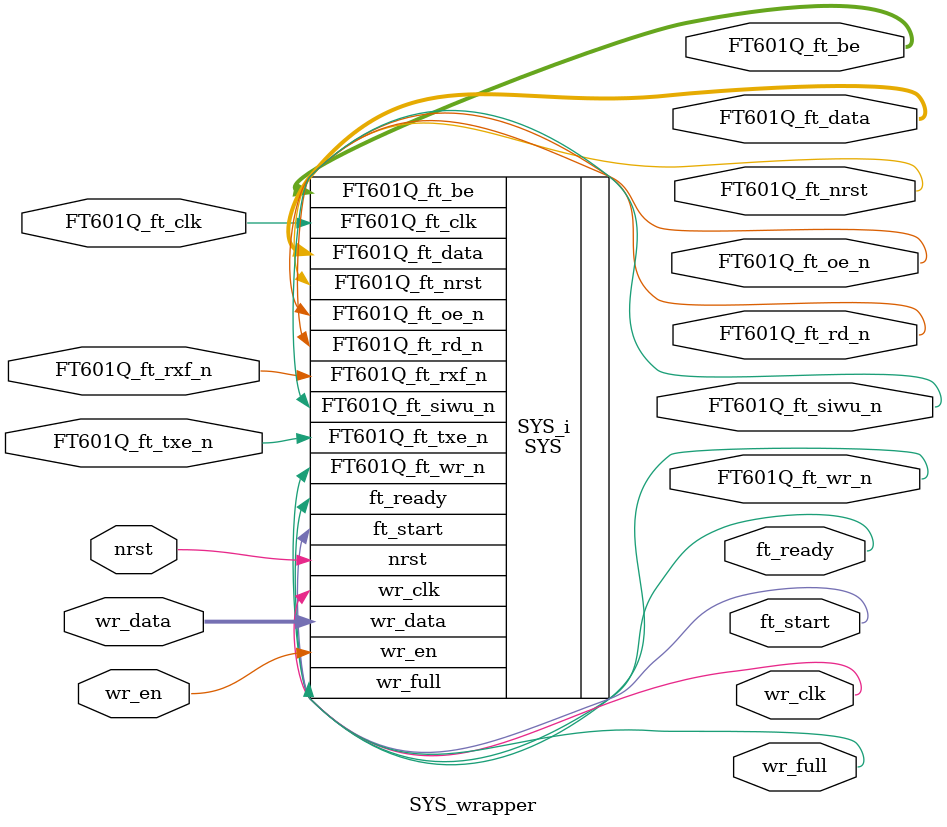
<source format=v>
`timescale 1 ps / 1 ps

module SYS_wrapper
   (FT601Q_ft_be,
    FT601Q_ft_clk,
    FT601Q_ft_data,
    FT601Q_ft_nrst,
    FT601Q_ft_oe_n,
    FT601Q_ft_rd_n,
    FT601Q_ft_rxf_n,
    FT601Q_ft_siwu_n,
    FT601Q_ft_txe_n,
    FT601Q_ft_wr_n,
    ft_ready,
    ft_start,
    nrst,
    wr_clk,
    wr_data,
    wr_en,
    wr_full);
  output [3:0]FT601Q_ft_be;
  input FT601Q_ft_clk;
  output [31:0]FT601Q_ft_data;
  output FT601Q_ft_nrst;
  output FT601Q_ft_oe_n;
  output FT601Q_ft_rd_n;
  input FT601Q_ft_rxf_n;
  output FT601Q_ft_siwu_n;
  input FT601Q_ft_txe_n;
  output FT601Q_ft_wr_n;
  output ft_ready;
  output ft_start;
  input nrst;
  output wr_clk;
  input [31:0]wr_data;
  input wr_en;
  output wr_full;

  wire [3:0]FT601Q_ft_be;
  wire FT601Q_ft_clk;
  wire [31:0]FT601Q_ft_data;
  wire FT601Q_ft_nrst;
  wire FT601Q_ft_oe_n;
  wire FT601Q_ft_rd_n;
  wire FT601Q_ft_rxf_n;
  wire FT601Q_ft_siwu_n;
  wire FT601Q_ft_txe_n;
  wire FT601Q_ft_wr_n;
  wire ft_ready;
  wire ft_start;
  wire nrst;
  wire wr_clk;
  wire [31:0]wr_data;
  wire wr_en;
  wire wr_full;

  SYS SYS_i
       (.FT601Q_ft_be(FT601Q_ft_be),
        .FT601Q_ft_clk(FT601Q_ft_clk),
        .FT601Q_ft_data(FT601Q_ft_data),
        .FT601Q_ft_nrst(FT601Q_ft_nrst),
        .FT601Q_ft_oe_n(FT601Q_ft_oe_n),
        .FT601Q_ft_rd_n(FT601Q_ft_rd_n),
        .FT601Q_ft_rxf_n(FT601Q_ft_rxf_n),
        .FT601Q_ft_siwu_n(FT601Q_ft_siwu_n),
        .FT601Q_ft_txe_n(FT601Q_ft_txe_n),
        .FT601Q_ft_wr_n(FT601Q_ft_wr_n),
        .ft_ready(ft_ready),
        .ft_start(ft_start),
        .nrst(nrst),
        .wr_clk(wr_clk),
        .wr_data(wr_data),
        .wr_en(wr_en),
        .wr_full(wr_full));
endmodule

</source>
